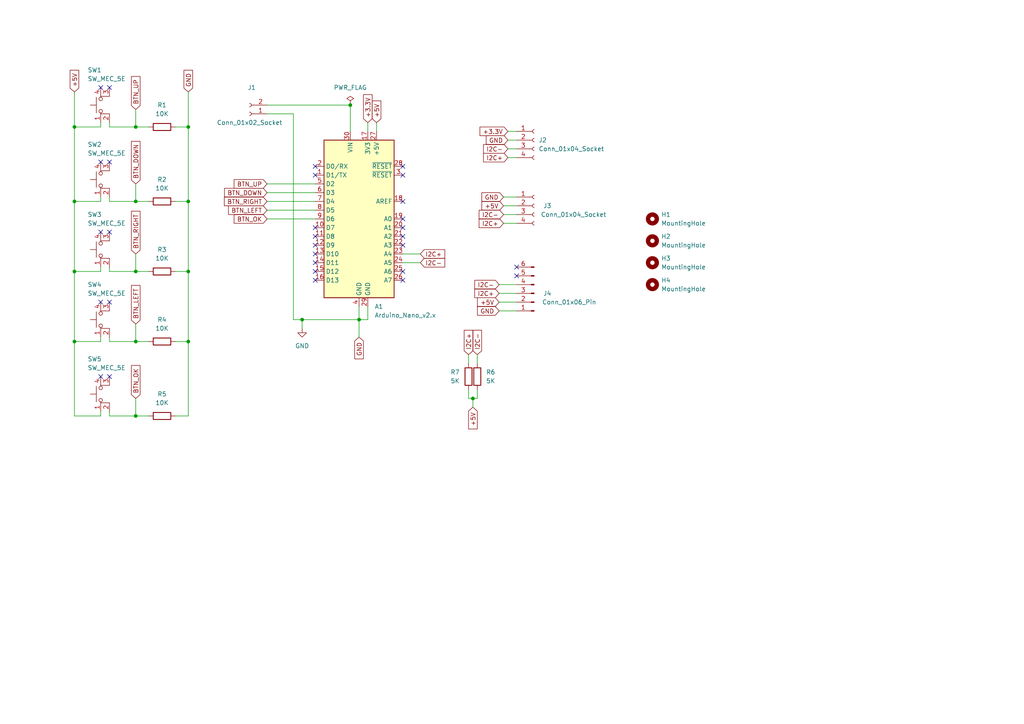
<source format=kicad_sch>
(kicad_sch (version 20230121) (generator eeschema)
  (paper "A4")
  (lib_symbols
    (symbol "Connector:Conn_01x02_Socket" (pin_names (offset 1.016) hide)
      (property "Reference" "J" (at 0 2.54 0))
      (property "Value" "Conn_01x02_Socket" (at 0 -5.08 0))
      (symbol "Conn_01x02_Socket_1_1"
        (arc (start 0 -2.032) (mid -0.5058 -2.54) (end 0 -3.048) (stroke (width 0.1524)))
        (polyline (pts (xy -1.27 -2.54) (xy -0.508 -2.54)) (stroke (width 0.1524)))
        (polyline (pts (xy -1.27 0) (xy -0.508 0)) (stroke (width 0.1524)))
        (arc (start 0 0.508) (mid -0.5058 0) (end 0 -0.508) (stroke (width 0.1524)))
        (pin passive line (at -5.08 0 0) (length 3.81) (name "Pin_1") (number "1"))
        (pin passive line (at -5.08 -2.54 0) (length 3.81) (name "Pin_2") (number "2"))
      )
    )
    (symbol "Connector:Conn_01x04_Socket" (pin_names (offset 1.016) hide)
      (property "Reference" "J" (at 0 5.08 0))
      (property "Value" "Conn_01x04_Socket" (at 0 -7.62 0))
      (symbol "Conn_01x04_Socket_1_1"
        (arc (start 0 -4.572) (mid -0.5058 -5.08) (end 0 -5.588) (stroke (width 0.1524)))
        (arc (start 0 -2.032) (mid -0.5058 -2.54) (end 0 -3.048) (stroke (width 0.1524)))
        (polyline (pts (xy -1.27 -5.08) (xy -0.508 -5.08)) (stroke (width 0.1524)))
        (polyline (pts (xy -1.27 -2.54) (xy -0.508 -2.54)) (stroke (width 0.1524)))
        (polyline (pts (xy -1.27 0) (xy -0.508 0)) (stroke (width 0.1524)))
        (polyline (pts (xy -1.27 2.54) (xy -0.508 2.54)) (stroke (width 0.1524)))
        (arc (start 0 0.508) (mid -0.5058 0) (end 0 -0.508) (stroke (width 0.1524)))
        (arc (start 0 3.048) (mid -0.5058 2.54) (end 0 2.032) (stroke (width 0.1524)))
        (pin passive line (at -5.08 2.54 0) (length 3.81) (name "Pin_1") (number "1"))
        (pin passive line (at -5.08 0 0) (length 3.81) (name "Pin_2") (number "2"))
        (pin passive line (at -5.08 -2.54 0) (length 3.81) (name "Pin_3") (number "3"))
        (pin passive line (at -5.08 -5.08 0) (length 3.81) (name "Pin_4") (number "4"))
      )
    )
    (symbol "Connector:Conn_01x06_Pin" (pin_names (offset 1.016) hide)
      (property "Reference" "J" (at 0 7.62 0))
      (property "Value" "Conn_01x06_Pin" (at 0 -10.16 0))
      (symbol "Conn_01x06_Pin_1_1"
        (polyline (pts (xy 1.27 -7.62) (xy 0.8636 -7.62)) (stroke (width 0.1524)))
        (polyline (pts (xy 1.27 -5.08) (xy 0.8636 -5.08)) (stroke (width 0.1524)))
        (polyline (pts (xy 1.27 -2.54) (xy 0.8636 -2.54)) (stroke (width 0.1524)))
        (polyline (pts (xy 1.27 0) (xy 0.8636 0)) (stroke (width 0.1524)))
        (polyline (pts (xy 1.27 2.54) (xy 0.8636 2.54)) (stroke (width 0.1524)))
        (polyline (pts (xy 1.27 5.08) (xy 0.8636 5.08)) (stroke (width 0.1524)))
        (rectangle (start 0.8636 -7.493) (end 0 -7.747) (stroke (width 0.1524)) (fill (type outline)))
        (rectangle (start 0.8636 -4.953) (end 0 -5.207) (stroke (width 0.1524)) (fill (type outline)))
        (rectangle (start 0.8636 -2.413) (end 0 -2.667) (stroke (width 0.1524)) (fill (type outline)))
        (rectangle (start 0.8636 0.127) (end 0 -0.127) (stroke (width 0.1524)) (fill (type outline)))
        (rectangle (start 0.8636 2.667) (end 0 2.413) (stroke (width 0.1524)) (fill (type outline)))
        (rectangle (start 0.8636 5.207) (end 0 4.953) (stroke (width 0.1524)) (fill (type outline)))
        (pin passive line (at 5.08 5.08 180) (length 3.81) (name "Pin_1") (number "1"))
        (pin passive line (at 5.08 2.54 180) (length 3.81) (name "Pin_2") (number "2"))
        (pin passive line (at 5.08 0 180) (length 3.81) (name "Pin_3") (number "3"))
        (pin passive line (at 5.08 -2.54 180) (length 3.81) (name "Pin_4") (number "4"))
        (pin passive line (at 5.08 -5.08 180) (length 3.81) (name "Pin_5") (number "5"))
        (pin passive line (at 5.08 -7.62 180) (length 3.81) (name "Pin_6") (number "6"))
      )
    )
    (symbol "Device:R" (pin_numbers hide) (pin_names (offset 0))
      (property "Reference" "R" (at 2.032 0 90))
      (property "Value" "R" (at 0 0 90))
      (symbol "R_0_1"
        (rectangle (start -1.016 -2.54) (end 1.016 2.54) (stroke (width 0.254)))
      )
      (symbol "R_1_1"
        (pin passive line (at 0 3.81 270) (length 1.27) (name "~") (number "1"))
        (pin passive line (at 0 -3.81 90) (length 1.27) (name "~") (number "2"))
      )
    )
    (symbol "MCU_Module:Arduino_Nano_v2.x"
      (property "Reference" "A" (at -10.16 23.495 0))
      (property "Value" "Arduino_Nano_v2.x" (at 5.08 -24.13 0))
      (symbol "Arduino_Nano_v2.x_0_1"
        (rectangle (start -10.16 22.86) (end 10.16 -22.86) (stroke (width 0.254)) (fill (type background)))
      )
      (symbol "Arduino_Nano_v2.x_1_1"
        (pin bidirectional line (at -12.7 12.7 0) (length 2.54) (name "D1/TX") (number "1"))
        (pin bidirectional line (at -12.7 -2.54 0) (length 2.54) (name "D7") (number "10"))
        (pin bidirectional line (at -12.7 -5.08 0) (length 2.54) (name "D8") (number "11"))
        (pin bidirectional line (at -12.7 -7.62 0) (length 2.54) (name "D9") (number "12"))
        (pin bidirectional line (at -12.7 -10.16 0) (length 2.54) (name "D10") (number "13"))
        (pin bidirectional line (at -12.7 -12.7 0) (length 2.54) (name "D11") (number "14"))
        (pin bidirectional line (at -12.7 -15.24 0) (length 2.54) (name "D12") (number "15"))
        (pin bidirectional line (at -12.7 -17.78 0) (length 2.54) (name "D13") (number "16"))
        (pin power_out line (at 2.54 25.4 270) (length 2.54) (name "3V3") (number "17"))
        (pin input line (at 12.7 5.08 180) (length 2.54) (name "AREF") (number "18"))
        (pin bidirectional line (at 12.7 0 180) (length 2.54) (name "A0") (number "19"))
        (pin bidirectional line (at -12.7 15.24 0) (length 2.54) (name "D0/RX") (number "2"))
        (pin bidirectional line (at 12.7 -2.54 180) (length 2.54) (name "A1") (number "20"))
        (pin bidirectional line (at 12.7 -5.08 180) (length 2.54) (name "A2") (number "21"))
        (pin bidirectional line (at 12.7 -7.62 180) (length 2.54) (name "A3") (number "22"))
        (pin bidirectional line (at 12.7 -10.16 180) (length 2.54) (name "A4") (number "23"))
        (pin bidirectional line (at 12.7 -12.7 180) (length 2.54) (name "A5") (number "24"))
        (pin bidirectional line (at 12.7 -15.24 180) (length 2.54) (name "A6") (number "25"))
        (pin bidirectional line (at 12.7 -17.78 180) (length 2.54) (name "A7") (number "26"))
        (pin power_out line (at 5.08 25.4 270) (length 2.54) (name "+5V") (number "27"))
        (pin input line (at 12.7 15.24 180) (length 2.54) (name "~{RESET}") (number "28"))
        (pin power_in line (at 2.54 -25.4 90) (length 2.54) (name "GND") (number "29"))
        (pin input line (at 12.7 12.7 180) (length 2.54) (name "~{RESET}") (number "3"))
        (pin power_in line (at -2.54 25.4 270) (length 2.54) (name "VIN") (number "30"))
        (pin power_in line (at 0 -25.4 90) (length 2.54) (name "GND") (number "4"))
        (pin bidirectional line (at -12.7 10.16 0) (length 2.54) (name "D2") (number "5"))
        (pin bidirectional line (at -12.7 7.62 0) (length 2.54) (name "D3") (number "6"))
        (pin bidirectional line (at -12.7 5.08 0) (length 2.54) (name "D4") (number "7"))
        (pin bidirectional line (at -12.7 2.54 0) (length 2.54) (name "D5") (number "8"))
        (pin bidirectional line (at -12.7 0 0) (length 2.54) (name "D6") (number "9"))
      )
    )
    (symbol "Mechanical:MountingHole" (pin_names (offset 1.016))
      (property "Reference" "H" (at 0 5.08 0))
      (property "Value" "MountingHole" (at 0 3.175 0))
      (symbol "MountingHole_0_1"
        (circle (center 0 0) (radius 1.27) (stroke (width 1.27)))
      )
    )
    (symbol "Switch:SW_MEC_5E" (pin_names (offset 1.016) hide)
      (property "Reference" "SW" (at 0.635 5.715 0))
      (property "Value" "SW_MEC_5E" (at 0 -3.175 0))
      (symbol "SW_MEC_5E_0_1"
        (circle (center -1.778 2.54) (radius 0.508))
        (polyline (pts (xy -2.286 3.81) (xy 2.286 3.81)))
        (polyline (pts (xy 0 3.81) (xy 0 5.588)))
        (polyline (pts (xy -2.54 0) (xy -2.54 2.54) (xy -2.286 2.54)))
        (polyline (pts (xy 2.54 0) (xy 2.54 2.54) (xy 2.286 2.54)))
        (circle (center 1.778 2.54) (radius 0.508))
        (pin passive line (at -5.08 2.54 0) (length 2.54) (name "1") (number "1"))
        (pin passive line (at -5.08 0 0) (length 2.54) (name "2") (number "2"))
        (pin passive line (at 5.08 0 180) (length 2.54) (name "K") (number "3"))
        (pin passive line (at 5.08 2.54 180) (length 2.54) (name "A") (number "4"))
      )
    )
    (symbol "power:GND" (power) (pin_names (offset 0))
      (property "Value" "GND" (at 0 -3.81 0))
      (symbol "GND_0_1"
        (polyline (pts (xy 0 0) (xy 0 -1.27) (xy 1.27 -1.27) (xy 0 -2.54) (xy -1.27 -1.27) (xy 0 -1.27)))
      )
      (symbol "GND_1_1"
        (pin power_in line (at 0 0 270) (length 0) hide (name "GND") (number "1"))
      )
    )
    (symbol "power:PWR_FLAG" (power) (pin_numbers hide) (pin_names (offset 0) hide)
      (property "Value" "PWR_FLAG" (at 0 3.81 0))
      (symbol "PWR_FLAG_0_0"
        (pin power_out line (at 0 0 90) (length 0) (name "pwr") (number "1"))
      )
      (symbol "PWR_FLAG_0_1"
        (polyline (pts (xy 0 0) (xy 0 1.27) (xy -1.016 1.905) (xy 0 2.54) (xy 1.016 1.905) (xy 0 1.27)))
      )
    )
  )
  (junction (at 54.61 36.83))
  (junction (at 101.6 30.48))
  (junction (at 39.37 58.42))
  (junction (at 39.37 36.83))
  (junction (at 54.61 99.06))
  (junction (at 54.61 58.42))
  (junction (at 39.37 120.65))
  (junction (at 21.59 36.83))
  (junction (at 21.59 99.06))
  (junction (at 104.14 92.71))
  (junction (at 21.59 78.74))
  (junction (at 39.37 99.06))
  (junction (at 137.16 115.57))
  (junction (at 39.37 78.74))
  (junction (at 87.63 92.71))
  (junction (at 54.61 78.74))
  (junction (at 21.59 58.42))
  (no_connect (at 149.86 77.47))
  (no_connect (at 91.44 76.2))
  (no_connect (at 29.21 25.4))
  (no_connect (at 91.44 81.28))
  (no_connect (at 31.75 87.63))
  (no_connect (at 116.84 63.5))
  (no_connect (at 31.75 109.22))
  (no_connect (at 91.44 48.26))
  (no_connect (at 91.44 71.12))
  (no_connect (at 116.84 48.26))
  (no_connect (at 149.86 80.01))
  (no_connect (at 116.84 78.74))
  (no_connect (at 29.21 87.63))
  (no_connect (at 116.84 58.42))
  (no_connect (at 91.44 50.8))
  (no_connect (at 116.84 81.28))
  (no_connect (at 91.44 68.58))
  (no_connect (at 29.21 109.22))
  (no_connect (at 116.84 66.04))
  (no_connect (at 91.44 78.74))
  (no_connect (at 31.75 46.99))
  (no_connect (at 91.44 66.04))
  (no_connect (at 116.84 71.12))
  (no_connect (at 31.75 67.31))
  (no_connect (at 91.44 73.66))
  (no_connect (at 29.21 67.31))
  (no_connect (at 31.75 25.4))
  (no_connect (at 29.21 46.99))
  (no_connect (at 116.84 68.58))
  (no_connect (at 116.84 50.8))
  (wire (pts (xy 31.75 77.47) (xy 31.75 78.74)))
  (wire (pts (xy 29.21 57.15) (xy 29.21 58.42)))
  (wire (pts (xy 85.09 33.02) (xy 85.09 92.71)))
  (wire (pts (xy 149.86 64.77) (xy 146.05 64.77)))
  (wire (pts (xy 39.37 115.57) (xy 39.37 120.65)))
  (wire (pts (xy 54.61 78.74) (xy 54.61 99.06)))
  (wire (pts (xy 116.84 73.66) (xy 121.92 73.66)))
  (wire (pts (xy 39.37 36.83) (xy 43.18 36.83)))
  (wire (pts (xy 29.21 97.79) (xy 29.21 99.06)))
  (wire (pts (xy 39.37 58.42) (xy 43.18 58.42)))
  (wire (pts (xy 87.63 92.71) (xy 104.14 92.71)))
  (wire (pts (xy 135.89 102.87) (xy 135.89 105.41)))
  (wire (pts (xy 77.47 63.5) (xy 91.44 63.5)))
  (wire (pts (xy 104.14 92.71) (xy 104.14 97.79)))
  (wire (pts (xy 147.32 45.72) (xy 149.86 45.72)))
  (wire (pts (xy 21.59 58.42) (xy 29.21 58.42)))
  (wire (pts (xy 135.89 115.57) (xy 137.16 115.57)))
  (wire (pts (xy 21.59 58.42) (xy 21.59 78.74)))
  (wire (pts (xy 149.86 57.15) (xy 146.05 57.15)))
  (wire (pts (xy 39.37 31.75) (xy 39.37 36.83)))
  (wire (pts (xy 50.8 36.83) (xy 54.61 36.83)))
  (wire (pts (xy 21.59 99.06) (xy 29.21 99.06)))
  (wire (pts (xy 54.61 99.06) (xy 54.61 120.65)))
  (wire (pts (xy 137.16 115.57) (xy 138.43 115.57)))
  (wire (pts (xy 77.47 53.34) (xy 91.44 53.34)))
  (wire (pts (xy 31.75 78.74) (xy 39.37 78.74)))
  (wire (pts (xy 54.61 58.42) (xy 54.61 78.74)))
  (wire (pts (xy 29.21 78.74) (xy 21.59 78.74)))
  (wire (pts (xy 29.21 120.65) (xy 29.21 119.38)))
  (wire (pts (xy 77.47 55.88) (xy 91.44 55.88)))
  (wire (pts (xy 31.75 97.79) (xy 31.75 99.06)))
  (wire (pts (xy 138.43 115.57) (xy 138.43 113.03)))
  (wire (pts (xy 144.78 90.17) (xy 149.86 90.17)))
  (wire (pts (xy 87.63 92.71) (xy 87.63 95.25)))
  (wire (pts (xy 54.61 120.65) (xy 50.8 120.65)))
  (wire (pts (xy 106.68 35.56) (xy 106.68 38.1)))
  (wire (pts (xy 77.47 58.42) (xy 91.44 58.42)))
  (wire (pts (xy 77.47 30.48) (xy 101.6 30.48)))
  (wire (pts (xy 147.32 38.1) (xy 149.86 38.1)))
  (wire (pts (xy 149.86 62.23) (xy 146.05 62.23)))
  (wire (pts (xy 147.32 40.64) (xy 149.86 40.64)))
  (wire (pts (xy 77.47 33.02) (xy 85.09 33.02)))
  (wire (pts (xy 39.37 78.74) (xy 39.37 73.66)))
  (wire (pts (xy 50.8 58.42) (xy 54.61 58.42)))
  (wire (pts (xy 135.89 113.03) (xy 135.89 115.57)))
  (wire (pts (xy 31.75 58.42) (xy 31.75 57.15)))
  (wire (pts (xy 50.8 99.06) (xy 54.61 99.06)))
  (wire (pts (xy 39.37 78.74) (xy 43.18 78.74)))
  (wire (pts (xy 21.59 36.83) (xy 29.21 36.83)))
  (wire (pts (xy 31.75 120.65) (xy 31.75 119.38)))
  (wire (pts (xy 106.68 88.9) (xy 106.68 92.71)))
  (wire (pts (xy 149.86 59.69) (xy 146.05 59.69)))
  (wire (pts (xy 106.68 92.71) (xy 104.14 92.71)))
  (wire (pts (xy 144.78 82.55) (xy 149.86 82.55)))
  (wire (pts (xy 31.75 99.06) (xy 39.37 99.06)))
  (wire (pts (xy 85.09 92.71) (xy 87.63 92.71)))
  (wire (pts (xy 21.59 26.67) (xy 21.59 36.83)))
  (wire (pts (xy 50.8 78.74) (xy 54.61 78.74)))
  (wire (pts (xy 101.6 38.1) (xy 101.6 30.48)))
  (wire (pts (xy 54.61 26.67) (xy 54.61 36.83)))
  (wire (pts (xy 29.21 35.56) (xy 29.21 36.83)))
  (wire (pts (xy 21.59 99.06) (xy 21.59 120.65)))
  (wire (pts (xy 104.14 88.9) (xy 104.14 92.71)))
  (wire (pts (xy 137.16 115.57) (xy 137.16 118.11)))
  (wire (pts (xy 21.59 36.83) (xy 21.59 58.42)))
  (wire (pts (xy 31.75 36.83) (xy 39.37 36.83)))
  (wire (pts (xy 39.37 120.65) (xy 43.18 120.65)))
  (wire (pts (xy 29.21 77.47) (xy 29.21 78.74)))
  (wire (pts (xy 31.75 58.42) (xy 39.37 58.42)))
  (wire (pts (xy 21.59 78.74) (xy 21.59 99.06)))
  (wire (pts (xy 109.22 35.56) (xy 109.22 38.1)))
  (wire (pts (xy 39.37 99.06) (xy 43.18 99.06)))
  (wire (pts (xy 31.75 120.65) (xy 39.37 120.65)))
  (wire (pts (xy 31.75 36.83) (xy 31.75 35.56)))
  (wire (pts (xy 77.47 60.96) (xy 91.44 60.96)))
  (wire (pts (xy 39.37 93.98) (xy 39.37 99.06)))
  (wire (pts (xy 39.37 53.34) (xy 39.37 58.42)))
  (wire (pts (xy 116.84 76.2) (xy 121.92 76.2)))
  (wire (pts (xy 144.78 85.09) (xy 149.86 85.09)))
  (wire (pts (xy 147.32 43.18) (xy 149.86 43.18)))
  (wire (pts (xy 21.59 120.65) (xy 29.21 120.65)))
  (wire (pts (xy 144.78 87.63) (xy 149.86 87.63)))
  (wire (pts (xy 138.43 102.87) (xy 138.43 105.41)))
  (wire (pts (xy 54.61 36.83) (xy 54.61 58.42)))
  (global_label "GND" (shape input) (at 144.78 90.17 180) (property "Intersheetrefs" "${INTERSHEET_REFS}" (effects hide)))
  (global_label "I2C-" (shape input) (at 147.32 43.18 180) (property "Intersheetrefs" "${INTERSHEET_REFS}" (effects hide)))
  (global_label "+5V" (shape input) (at 137.16 118.11 270) (property "Intersheetrefs" "${INTERSHEET_REFS}" (effects hide)))
  (global_label "BTN_UP" (shape input) (at 77.47 53.34 180) (property "Intersheetrefs" "${INTERSHEET_REFS}" (effects hide)))
  (global_label "GND" (shape input) (at 147.32 40.64 180) (property "Intersheetrefs" "${INTERSHEET_REFS}" (effects hide)))
  (global_label "+5V" (shape input) (at 144.78 87.63 180) (property "Intersheetrefs" "${INTERSHEET_REFS}" (effects hide)))
  (global_label "BTN_RIGHT" (shape input) (at 39.37 73.66 90) (property "Intersheetrefs" "${INTERSHEET_REFS}" (effects hide)))
  (global_label "+5V" (shape input) (at 146.05 59.69 180) (property "Intersheetrefs" "${INTERSHEET_REFS}" (effects hide)))
  (global_label "GND" (shape input) (at 54.61 26.67 90) (property "Intersheetrefs" "${INTERSHEET_REFS}" (effects hide)))
  (global_label "+5V" (shape input) (at 21.59 26.67 90) (property "Intersheetrefs" "${INTERSHEET_REFS}" (effects hide)))
  (global_label "I2C+" (shape input) (at 135.89 102.87 90) (property "Intersheetrefs" "${INTERSHEET_REFS}" (effects hide)))
  (global_label "+3.3V" (shape input) (at 147.32 38.1 180) (property "Intersheetrefs" "${INTERSHEET_REFS}" (effects hide)))
  (global_label "BTN_DOWN" (shape input) (at 77.47 55.88 180) (property "Intersheetrefs" "${INTERSHEET_REFS}" (effects hide)))
  (global_label "I2C+" (shape input) (at 121.92 73.66 0) (property "Intersheetrefs" "${INTERSHEET_REFS}" (effects hide)))
  (global_label "BTN_RIGHT" (shape input) (at 77.47 58.42 180) (property "Intersheetrefs" "${INTERSHEET_REFS}" (effects hide)))
  (global_label "BTN_OK" (shape input) (at 77.47 63.5 180) (property "Intersheetrefs" "${INTERSHEET_REFS}" (effects hide)))
  (global_label "I2C+" (shape input) (at 147.32 45.72 180) (property "Intersheetrefs" "${INTERSHEET_REFS}" (effects hide)))
  (global_label "I2C+" (shape input) (at 146.05 64.77 180) (property "Intersheetrefs" "${INTERSHEET_REFS}" (effects hide)))
  (global_label "I2C-" (shape input) (at 144.78 82.55 180) (property "Intersheetrefs" "${INTERSHEET_REFS}" (effects hide)))
  (global_label "GND" (shape input) (at 146.05 57.15 180) (property "Intersheetrefs" "${INTERSHEET_REFS}" (effects hide)))
  (global_label "I2C-" (shape input) (at 138.43 102.87 90) (property "Intersheetrefs" "${INTERSHEET_REFS}" (effects hide)))
  (global_label "I2C+" (shape input) (at 144.78 85.09 180) (property "Intersheetrefs" "${INTERSHEET_REFS}" (effects hide)))
  (global_label "+3.3V" (shape input) (at 106.68 35.56 90) (property "Intersheetrefs" "${INTERSHEET_REFS}" (effects hide)))
  (global_label "I2C-" (shape input) (at 121.92 76.2 0) (property "Intersheetrefs" "${INTERSHEET_REFS}" (effects hide)))
  (global_label "BTN_UP" (shape input) (at 39.37 31.75 90) (property "Intersheetrefs" "${INTERSHEET_REFS}" (effects hide)))
  (global_label "BTN_LEFT" (shape input) (at 77.47 60.96 180) (property "Intersheetrefs" "${INTERSHEET_REFS}" (effects hide)))
  (global_label "GND" (shape input) (at 104.14 97.79 270) (property "Intersheetrefs" "${INTERSHEET_REFS}" (effects hide)))
  (global_label "+5V" (shape input) (at 109.22 35.56 90) (property "Intersheetrefs" "${INTERSHEET_REFS}" (effects hide)))
  (global_label "BTN_OK" (shape input) (at 39.37 115.57 90) (property "Intersheetrefs" "${INTERSHEET_REFS}" (effects hide)))
  (global_label "BTN_LEFT" (shape input) (at 39.37 93.98 90) (property "Intersheetrefs" "${INTERSHEET_REFS}" (effects hide)))
  (global_label "I2C-" (shape input) (at 146.05 62.23 180) (property "Intersheetrefs" "${INTERSHEET_REFS}" (effects hide)))
  (global_label "BTN_DOWN" (shape input) (at 39.37 53.34 90) (property "Intersheetrefs" "${INTERSHEET_REFS}" (effects hide)))
  (symbol (lib_id "power:PWR_FLAG") (at 101.6 30.48 0) (unit 1)
    (property "Reference" "#FLG01" (effects hide))
    (property "Value" "PWR_FLAG" (at 101.6 25.4 0))
  )
  (symbol (lib_id "Mechanical:MountingHole") (at 189.23 63.5 0) (unit 1)
    (property "Reference" "H1" (at 191.77 62.23 0) (effects (justify left)))
    (property "Value" "MountingHole" (at 191.77 64.77 0) (effects (justify left)))
    (property "Footprint" "MountingHole:MountingHole_2.5mm" (effects hide))
  )
  (symbol (lib_id "Device:R") (at 46.99 36.83 90) (unit 1)
    (property "Reference" "R1" (at 46.99 30.48 90))
    (property "Value" "10K" (at 46.99 33.02 90))
    (property "Footprint" "Resistor_THT:R_Axial_DIN0309_L9.0mm_D3.2mm_P15.24mm_Horizontal" (effects hide))
  )
  (symbol (lib_id "Device:R") (at 138.43 109.22 180) (unit 1)
    (property "Reference" "R6" (at 140.97 107.95 0) (effects (justify right)))
    (property "Value" "5K" (at 140.97 110.49 0) (effects (justify right)))
    (property "Footprint" "Resistor_SMD:R_0805_2012Metric" (effects hide))
  )
  (symbol (lib_id "Switch:SW_MEC_5E") (at 31.75 114.3 90) (unit 1)
    (property "Reference" "SW5" (at 25.4 104.14 90) (effects (justify right)))
    (property "Value" "SW_MEC_5E" (at 25.4 106.68 90) (effects (justify right)))
    (property "Footprint" "Button_Switch_THT:SW_PUSH_6mm_H5mm" (effects hide))
    (property "Datasheet" "http://www.apem.com/int/index.php?controller=attachment&id_attachment=1371" (effects hide))
  )
  (symbol (lib_id "Device:R") (at 46.99 58.42 90) (unit 1)
    (property "Reference" "R2" (at 46.99 52.07 90))
    (property "Value" "10K" (at 46.99 54.61 90))
    (property "Footprint" "Resistor_THT:R_Axial_DIN0309_L9.0mm_D3.2mm_P15.24mm_Horizontal" (effects hide))
  )
  (symbol (lib_id "Connector:Conn_01x04_Socket") (at 154.94 59.69 0) (unit 1)
    (property "Reference" "J3" (at 158.75 59.69 0))
    (property "Value" "Conn_01x04_Socket" (at 166.37 62.23 0))
    (property "Footprint" "Connector_PinHeader_2.54mm:PinHeader_1x04_P2.54mm_Vertical" (effects hide))
  )
  (symbol (lib_id "Mechanical:MountingHole") (at 189.23 82.55 0) (unit 1)
    (property "Reference" "H4" (at 191.77 81.28 0) (effects (justify left)))
    (property "Value" "MountingHole" (at 191.77 83.82 0) (effects (justify left)))
    (property "Footprint" "MountingHole:MountingHole_2.5mm" (effects hide))
  )
  (symbol (lib_id "power:GND") (at 87.63 95.25 0) (unit 1)
    (property "Reference" "#PWR01" (effects hide))
    (property "Value" "GND" (at 87.63 100.33 0))
  )
  (symbol (lib_id "Switch:SW_MEC_5E") (at 31.75 52.07 90) (unit 1)
    (property "Reference" "SW2" (at 25.4 41.91 90) (effects (justify right)))
    (property "Value" "SW_MEC_5E" (at 25.4 44.45 90) (effects (justify right)))
    (property "Footprint" "Button_Switch_THT:SW_PUSH_6mm_H5mm" (effects hide))
    (property "Datasheet" "http://www.apem.com/int/index.php?controller=attachment&id_attachment=1371" (effects hide))
  )
  (symbol (lib_id "Device:R") (at 46.99 120.65 90) (unit 1)
    (property "Reference" "R5" (at 46.99 114.3 90))
    (property "Value" "10K" (at 46.99 116.84 90))
    (property "Footprint" "Resistor_THT:R_Axial_DIN0309_L9.0mm_D3.2mm_P15.24mm_Horizontal" (effects hide))
  )
  (symbol (lib_id "Switch:SW_MEC_5E") (at 31.75 92.71 90) (unit 1)
    (property "Reference" "SW4" (at 25.4 82.55 90) (effects (justify right)))
    (property "Value" "SW_MEC_5E" (at 25.4 85.09 90) (effects (justify right)))
    (property "Footprint" "Button_Switch_THT:SW_PUSH_6mm_H5mm" (effects hide))
    (property "Datasheet" "http://www.apem.com/int/index.php?controller=attachment&id_attachment=1371" (effects hide))
  )
  (symbol (lib_id "Switch:SW_MEC_5E") (at 31.75 30.48 90) (unit 1)
    (property "Reference" "SW1" (at 25.4 20.32 90) (effects (justify right)))
    (property "Value" "SW_MEC_5E" (at 25.4 22.86 90) (effects (justify right)))
    (property "Footprint" "Button_Switch_THT:SW_PUSH_6mm_H5mm" (effects hide))
    (property "Datasheet" "http://www.apem.com/int/index.php?controller=attachment&id_attachment=1371" (effects hide))
  )
  (symbol (lib_id "MCU_Module:Arduino_Nano_v2.x") (at 104.14 63.5 0) (unit 1)
    (property "Reference" "A1" (at 108.6359 88.9 0) (effects (justify left)))
    (property "Value" "Arduino_Nano_v2.x" (at 108.6359 91.44 0) (effects (justify left)))
    (property "Footprint" "Module:Arduino_Nano" (effects hide))
    (property "Datasheet" "https://www.arduino.cc/en/uploads/Main/ArduinoNanoManual23.pdf" (effects hide))
  )
  (symbol (lib_id "Switch:SW_MEC_5E") (at 31.75 72.39 90) (unit 1)
    (property "Reference" "SW3" (at 25.4 62.23 90) (effects (justify right)))
    (property "Value" "SW_MEC_5E" (at 25.4 64.77 90) (effects (justify right)))
    (property "Footprint" "Button_Switch_THT:SW_PUSH_6mm_H5mm" (effects hide))
    (property "Datasheet" "http://www.apem.com/int/index.php?controller=attachment&id_attachment=1371" (effects hide))
  )
  (symbol (lib_id "Connector:Conn_01x04_Socket") (at 154.94 40.64 0) (unit 1)
    (property "Reference" "J2" (at 156.21 40.64 0) (effects (justify left)))
    (property "Value" "Conn_01x04_Socket" (at 156.21 43.18 0) (effects (justify left)))
    (property "Footprint" "Connector_PinHeader_2.54mm:PinHeader_1x04_P2.54mm_Vertical" (effects hide))
  )
  (symbol (lib_id "Mechanical:MountingHole") (at 189.23 76.2 0) (unit 1)
    (property "Reference" "H3" (at 191.77 74.93 0) (effects (justify left)))
    (property "Value" "MountingHole" (at 191.77 77.47 0) (effects (justify left)))
    (property "Footprint" "MountingHole:MountingHole_2.5mm" (effects hide))
  )
  (symbol (lib_id "Connector:Conn_01x06_Pin") (at 154.94 85.09 180) (unit 1)
    (property "Reference" "J4" (at 158.75 85.09 0))
    (property "Value" "Conn_01x06_Pin" (at 165.1 87.63 0))
    (property "Footprint" "Connector_PinHeader_2.54mm:PinHeader_1x06_P2.54mm_Vertical" (effects hide))
  )
  (symbol (lib_id "Device:R") (at 135.89 109.22 0) (mirror x) (unit 1)
    (property "Reference" "R7" (at 133.35 107.95 0) (effects (justify right)))
    (property "Value" "5K" (at 133.35 110.49 0) (effects (justify right)))
    (property "Footprint" "Resistor_SMD:R_0805_2012Metric" (effects hide))
  )
  (symbol (lib_id "Device:R") (at 46.99 78.74 90) (unit 1)
    (property "Reference" "R3" (at 46.99 72.39 90))
    (property "Value" "10K" (at 46.99 74.93 90))
    (property "Footprint" "Resistor_THT:R_Axial_DIN0309_L9.0mm_D3.2mm_P15.24mm_Horizontal" (effects hide))
  )
  (symbol (lib_id "Connector:Conn_01x02_Socket") (at 72.39 33.02 180) (unit 1)
    (property "Reference" "J1" (at 73.025 25.4 0))
    (property "Value" "Conn_01x02_Socket" (at 72.39 35.56 0))
    (property "Footprint" "Connector_PinHeader_2.54mm:PinHeader_1x02_P2.54mm_Vertical" (effects hide))
  )
  (symbol (lib_id "Mechanical:MountingHole") (at 189.23 69.85 0) (unit 1)
    (property "Reference" "H2" (at 191.77 68.58 0) (effects (justify left)))
    (property "Value" "MountingHole" (at 191.77 71.12 0) (effects (justify left)))
    (property "Footprint" "MountingHole:MountingHole_2.5mm" (effects hide))
  )
  (symbol (lib_id "Device:R") (at 46.99 99.06 90) (unit 1)
    (property "Reference" "R4" (at 46.99 92.71 90))
    (property "Value" "10K" (at 46.99 95.25 90))
    (property "Footprint" "Resistor_THT:R_Axial_DIN0309_L9.0mm_D3.2mm_P15.24mm_Horizontal" (effects hide))
  )
)
</source>
